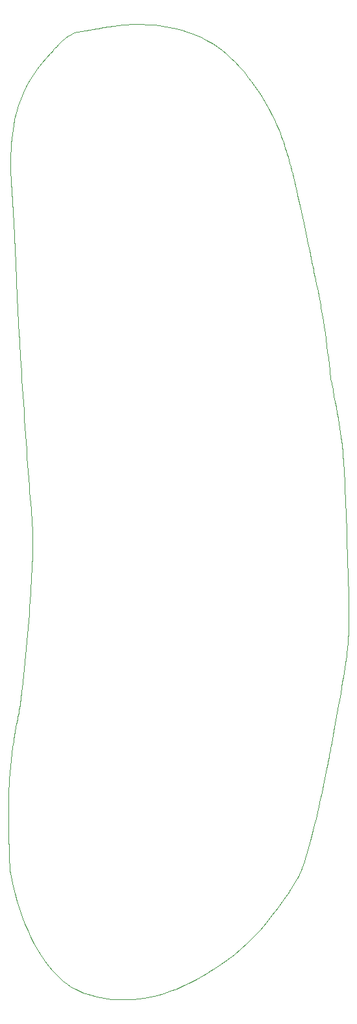
<source format=gbr>
G04 #@! TF.GenerationSoftware,KiCad,Pcbnew,(5.1.0-0)*
G04 #@! TF.CreationDate,2019-11-19T19:36:27-07:00*
G04 #@! TF.ProjectId,XMas-V3,584d6173-2d56-4332-9e6b-696361645f70,rev?*
G04 #@! TF.SameCoordinates,Original*
G04 #@! TF.FileFunction,Profile,NP*
%FSLAX46Y46*%
G04 Gerber Fmt 4.6, Leading zero omitted, Abs format (unit mm)*
G04 Created by KiCad (PCBNEW (5.1.0-0)) date 2019-11-19 19:36:27*
%MOMM*%
%LPD*%
G04 APERTURE LIST*
G04 #@! TA.AperFunction,NonConductor*
%ADD10C,0.010000*%
G04 #@! TD*
G04 APERTURE END LIST*
D10*
G04 #@! TO.C,E\002A\002A\002A*
X-5080000Y63110221D02*
X-4116814Y63070657D01*
X-4116814Y63070657D02*
X-3179008Y62991457D01*
X-3179008Y62991457D02*
X-2258665Y62871354D01*
X-2258665Y62871354D02*
X-1347869Y62709076D01*
X-1347869Y62709076D02*
X-438704Y62503356D01*
X-438704Y62503356D02*
X476748Y62252923D01*
X476748Y62252923D02*
X713173Y62181440D01*
X713173Y62181440D02*
X1216336Y62020380D01*
X1216336Y62020380D02*
X1678968Y61859194D01*
X1678968Y61859194D02*
X2111195Y61693957D01*
X2111195Y61693957D02*
X2523144Y61520740D01*
X2523144Y61520740D02*
X2924941Y61335617D01*
X2924941Y61335617D02*
X3044983Y61277187D01*
X3044983Y61277187D02*
X3668603Y60949111D01*
X3668603Y60949111D02*
X4279961Y60584872D01*
X4279961Y60584872D02*
X4880728Y60182977D01*
X4880728Y60182977D02*
X5472578Y59741935D01*
X5472578Y59741935D02*
X6057183Y59260251D01*
X6057183Y59260251D02*
X6636216Y58736434D01*
X6636216Y58736434D02*
X7211349Y58168991D01*
X7211349Y58168991D02*
X7784255Y57556428D01*
X7784255Y57556428D02*
X8356606Y56897254D01*
X8356606Y56897254D02*
X8930076Y56189974D01*
X8930076Y56189974D02*
X9334085Y55664100D01*
X9334085Y55664100D02*
X9776479Y55062691D01*
X9776479Y55062691D02*
X10185629Y54477593D01*
X10185629Y54477593D02*
X10568171Y53898045D01*
X10568171Y53898045D02*
X10930738Y53313283D01*
X10930738Y53313283D02*
X11279965Y52712547D01*
X11279965Y52712547D02*
X11622486Y52085073D01*
X11622486Y52085073D02*
X11964937Y51420099D01*
X11964937Y51420099D02*
X12027227Y51295300D01*
X12027227Y51295300D02*
X12249406Y50842743D01*
X12249406Y50842743D02*
X12448916Y50423972D01*
X12448916Y50423972D02*
X12629701Y50029502D01*
X12629701Y50029502D02*
X12795703Y49649847D01*
X12795703Y49649847D02*
X12950866Y49275521D01*
X12950866Y49275521D02*
X13099131Y48897039D01*
X13099131Y48897039D02*
X13244443Y48504915D01*
X13244443Y48504915D02*
X13390744Y48089663D01*
X13390744Y48089663D02*
X13526460Y47688500D01*
X13526460Y47688500D02*
X13643263Y47332695D01*
X13643263Y47332695D02*
X13759049Y46969920D01*
X13759049Y46969920D02*
X13874243Y46598388D01*
X13874243Y46598388D02*
X13989269Y46216315D01*
X13989269Y46216315D02*
X14104552Y45821916D01*
X14104552Y45821916D02*
X14220516Y45413405D01*
X14220516Y45413405D02*
X14337586Y44988998D01*
X14337586Y44988998D02*
X14456185Y44546909D01*
X14456185Y44546909D02*
X14576740Y44085353D01*
X14576740Y44085353D02*
X14699673Y43602545D01*
X14699673Y43602545D02*
X14825410Y43096700D01*
X14825410Y43096700D02*
X14954375Y42566032D01*
X14954375Y42566032D02*
X15086993Y42008757D01*
X15086993Y42008757D02*
X15223687Y41423088D01*
X15223687Y41423088D02*
X15364883Y40807242D01*
X15364883Y40807242D02*
X15511005Y40159433D01*
X15511005Y40159433D02*
X15662477Y39477876D01*
X15662477Y39477876D02*
X15819724Y38760785D01*
X15819724Y38760785D02*
X15983171Y38006376D01*
X15983171Y38006376D02*
X16153241Y37212862D01*
X16153241Y37212862D02*
X16330360Y36378460D01*
X16330360Y36378460D02*
X16514952Y35501384D01*
X16514952Y35501384D02*
X16707441Y34579848D01*
X16707441Y34579848D02*
X16908251Y33612069D01*
X16908251Y33612069D02*
X17117808Y32596259D01*
X17117808Y32596259D02*
X17135141Y32512000D01*
X17135141Y32512000D02*
X17174544Y32320977D01*
X17174544Y32320977D02*
X17222876Y32087591D01*
X17222876Y32087591D02*
X17278606Y31819191D01*
X17278606Y31819191D02*
X17340202Y31523127D01*
X17340202Y31523127D02*
X17406132Y31206747D01*
X17406132Y31206747D02*
X17474864Y30877401D01*
X17474864Y30877401D02*
X17544868Y30542438D01*
X17544868Y30542438D02*
X17614611Y30209205D01*
X17614611Y30209205D02*
X17682562Y29885053D01*
X17682562Y29885053D02*
X17691744Y29841297D01*
X17691744Y29841297D02*
X17809400Y29277957D01*
X17809400Y29277957D02*
X17916788Y28757643D01*
X17916788Y28757643D02*
X18015117Y28273898D01*
X18015117Y28273898D02*
X18105597Y27820262D01*
X18105597Y27820262D02*
X18189437Y27390275D01*
X18189437Y27390275D02*
X18267846Y26977478D01*
X18267846Y26977478D02*
X18342036Y26575413D01*
X18342036Y26575413D02*
X18413214Y26177619D01*
X18413214Y26177619D02*
X18482591Y25777638D01*
X18482591Y25777638D02*
X18551376Y25369011D01*
X18551376Y25369011D02*
X18620779Y24945278D01*
X18620779Y24945278D02*
X18692008Y24499980D01*
X18692008Y24499980D02*
X18692274Y24498300D01*
X18692274Y24498300D02*
X18811180Y23728253D01*
X18811180Y23728253D02*
X18929022Y22928303D01*
X18929022Y22928303D02*
X19044414Y22109078D01*
X19044414Y22109078D02*
X19155972Y21281208D01*
X19155972Y21281208D02*
X19262310Y20455320D01*
X19262310Y20455320D02*
X19362042Y19642043D01*
X19362042Y19642043D02*
X19453784Y18852007D01*
X19453784Y18852007D02*
X19536149Y18095839D01*
X19536149Y18095839D02*
X19571284Y17754600D01*
X19571284Y17754600D02*
X19595656Y17526731D01*
X19595656Y17526731D02*
X19621475Y17316477D01*
X19621475Y17316477D02*
X19650695Y17111360D01*
X19650695Y17111360D02*
X19685267Y16898896D01*
X19685267Y16898896D02*
X19727144Y16666605D01*
X19727144Y16666605D02*
X19778281Y16402005D01*
X19778281Y16402005D02*
X19799801Y16294100D01*
X19799801Y16294100D02*
X19957748Y15498147D01*
X19957748Y15498147D02*
X20109081Y14717135D01*
X20109081Y14717135D02*
X20253318Y13953948D01*
X20253318Y13953948D02*
X20389973Y13211471D01*
X20389973Y13211471D02*
X20518565Y12492586D01*
X20518565Y12492586D02*
X20638608Y11800178D01*
X20638608Y11800178D02*
X20749620Y11137131D01*
X20749620Y11137131D02*
X20851116Y10506327D01*
X20851116Y10506327D02*
X20942614Y9910651D01*
X20942614Y9910651D02*
X21023629Y9352987D01*
X21023629Y9352987D02*
X21093677Y8836219D01*
X21093677Y8836219D02*
X21152275Y8363229D01*
X21152275Y8363229D02*
X21195004Y7975600D01*
X21195004Y7975600D02*
X21227451Y7635956D01*
X21227451Y7635956D02*
X21260319Y7245635D01*
X21260319Y7245635D02*
X21293601Y6804759D01*
X21293601Y6804759D02*
X21327294Y6313449D01*
X21327294Y6313449D02*
X21361391Y5771828D01*
X21361391Y5771828D02*
X21395887Y5180017D01*
X21395887Y5180017D02*
X21430777Y4538137D01*
X21430777Y4538137D02*
X21466056Y3846311D01*
X21466056Y3846311D02*
X21501719Y3104659D01*
X21501719Y3104659D02*
X21537760Y2313304D01*
X21537760Y2313304D02*
X21574174Y1472367D01*
X21574174Y1472367D02*
X21610955Y581969D01*
X21610955Y581969D02*
X21648100Y-357767D01*
X21648100Y-357767D02*
X21685601Y-1346720D01*
X21685601Y-1346720D02*
X21723454Y-2384769D01*
X21723454Y-2384769D02*
X21761654Y-3471791D01*
X21761654Y-3471791D02*
X21800196Y-4607665D01*
X21800196Y-4607665D02*
X21839073Y-5792270D01*
X21839073Y-5792270D02*
X21878282Y-7025484D01*
X21878282Y-7025484D02*
X21917816Y-8307185D01*
X21917816Y-8307185D02*
X21957671Y-9637252D01*
X21957671Y-9637252D02*
X21958856Y-9677400D01*
X21958856Y-9677400D02*
X21967216Y-9956283D01*
X21967216Y-9956283D02*
X21975978Y-10240797D01*
X21975978Y-10240797D02*
X21984874Y-10522762D01*
X21984874Y-10522762D02*
X21993638Y-10793997D01*
X21993638Y-10793997D02*
X22002002Y-11046322D01*
X22002002Y-11046322D02*
X22009699Y-11271559D01*
X22009699Y-11271559D02*
X22016462Y-11461527D01*
X22016462Y-11461527D02*
X22021510Y-11595100D01*
X22021510Y-11595100D02*
X22027928Y-11794672D01*
X22027928Y-11794672D02*
X22033350Y-12037757D01*
X22033350Y-12037757D02*
X22037779Y-12317078D01*
X22037779Y-12317078D02*
X22041212Y-12625357D01*
X22041212Y-12625357D02*
X22043651Y-12955317D01*
X22043651Y-12955317D02*
X22045096Y-13299681D01*
X22045096Y-13299681D02*
X22045546Y-13651171D01*
X22045546Y-13651171D02*
X22045001Y-14002511D01*
X22045001Y-14002511D02*
X22043463Y-14346423D01*
X22043463Y-14346423D02*
X22040930Y-14675629D01*
X22040930Y-14675629D02*
X22037403Y-14982852D01*
X22037403Y-14982852D02*
X22032883Y-15260816D01*
X22032883Y-15260816D02*
X22027368Y-15502242D01*
X22027368Y-15502242D02*
X22021468Y-15684500D01*
X22021468Y-15684500D02*
X22006759Y-16028458D01*
X22006759Y-16028458D02*
X21989340Y-16378221D01*
X21989340Y-16378221D02*
X21969800Y-16724487D01*
X21969800Y-16724487D02*
X21948731Y-17057959D01*
X21948731Y-17057959D02*
X21926722Y-17369336D01*
X21926722Y-17369336D02*
X21904364Y-17649320D01*
X21904364Y-17649320D02*
X21882247Y-17888611D01*
X21882247Y-17888611D02*
X21880374Y-17907000D01*
X21880374Y-17907000D02*
X21838800Y-18289543D01*
X21838800Y-18289543D02*
X21789362Y-18703819D01*
X21789362Y-18703819D02*
X21731886Y-19150875D01*
X21731886Y-19150875D02*
X21666196Y-19631763D01*
X21666196Y-19631763D02*
X21592118Y-20147532D01*
X21592118Y-20147532D02*
X21509478Y-20699231D01*
X21509478Y-20699231D02*
X21418101Y-21287912D01*
X21418101Y-21287912D02*
X21317812Y-21914624D01*
X21317812Y-21914624D02*
X21208437Y-22580416D01*
X21208437Y-22580416D02*
X21089801Y-23286339D01*
X21089801Y-23286339D02*
X20961730Y-24033443D01*
X20961730Y-24033443D02*
X20824048Y-24822777D01*
X20824048Y-24822777D02*
X20676582Y-25655391D01*
X20676582Y-25655391D02*
X20519156Y-26532336D01*
X20519156Y-26532336D02*
X20351597Y-27454662D01*
X20351597Y-27454662D02*
X20173729Y-28423417D01*
X20173729Y-28423417D02*
X19985377Y-29439653D01*
X19985377Y-29439653D02*
X19786368Y-30504419D01*
X19786368Y-30504419D02*
X19776651Y-30556200D01*
X19776651Y-30556200D02*
X19720314Y-30856855D01*
X19720314Y-30856855D02*
X19664799Y-31154065D01*
X19664799Y-31154065D02*
X19611146Y-31442211D01*
X19611146Y-31442211D02*
X19560392Y-31715678D01*
X19560392Y-31715678D02*
X19513575Y-31968850D01*
X19513575Y-31968850D02*
X19471733Y-32196108D01*
X19471733Y-32196108D02*
X19435905Y-32391837D01*
X19435905Y-32391837D02*
X19407128Y-32550420D01*
X19407128Y-32550420D02*
X19386440Y-32666241D01*
X19386440Y-32666241D02*
X19382316Y-32689800D01*
X19382316Y-32689800D02*
X19340996Y-32920019D01*
X19340996Y-32920019D02*
X19289433Y-33194954D01*
X19289433Y-33194954D02*
X19228612Y-33509779D01*
X19228612Y-33509779D02*
X19159519Y-33859664D01*
X19159519Y-33859664D02*
X19083137Y-34239784D01*
X19083137Y-34239784D02*
X19000453Y-34645310D01*
X19000453Y-34645310D02*
X18912452Y-35071415D01*
X18912452Y-35071415D02*
X18820118Y-35513272D01*
X18820118Y-35513272D02*
X18724437Y-35966053D01*
X18724437Y-35966053D02*
X18626394Y-36424931D01*
X18626394Y-36424931D02*
X18526974Y-36885078D01*
X18526974Y-36885078D02*
X18514095Y-36944300D01*
X18514095Y-36944300D02*
X18317521Y-37838147D01*
X18317521Y-37838147D02*
X18123091Y-38703575D01*
X18123091Y-38703575D02*
X17931159Y-39539297D01*
X17931159Y-39539297D02*
X17742074Y-40344022D01*
X17742074Y-40344022D02*
X17556189Y-41116463D01*
X17556189Y-41116463D02*
X17373856Y-41855330D01*
X17373856Y-41855330D02*
X17195425Y-42559335D01*
X17195425Y-42559335D02*
X17021250Y-43227188D01*
X17021250Y-43227188D02*
X16851680Y-43857602D01*
X16851680Y-43857602D02*
X16687069Y-44449286D01*
X16687069Y-44449286D02*
X16527767Y-45000953D01*
X16527767Y-45000953D02*
X16374126Y-45511313D01*
X16374126Y-45511313D02*
X16226498Y-45979078D01*
X16226498Y-45979078D02*
X16085234Y-46402958D01*
X16085234Y-46402958D02*
X15950687Y-46781666D01*
X15950687Y-46781666D02*
X15823207Y-47113912D01*
X15823207Y-47113912D02*
X15703147Y-47398407D01*
X15703147Y-47398407D02*
X15605566Y-47604953D01*
X15605566Y-47604953D02*
X15563663Y-47683108D01*
X15563663Y-47683108D02*
X15498214Y-47798620D01*
X15498214Y-47798620D02*
X15412659Y-47945802D01*
X15412659Y-47945802D02*
X15310435Y-48118970D01*
X15310435Y-48118970D02*
X15194981Y-48312439D01*
X15194981Y-48312439D02*
X15069735Y-48520522D01*
X15069735Y-48520522D02*
X14938134Y-48737536D01*
X14938134Y-48737536D02*
X14803618Y-48957795D01*
X14803618Y-48957795D02*
X14669624Y-49175613D01*
X14669624Y-49175613D02*
X14539590Y-49385306D01*
X14539590Y-49385306D02*
X14416954Y-49581188D01*
X14416954Y-49581188D02*
X14305155Y-49757574D01*
X14305155Y-49757574D02*
X14280109Y-49796700D01*
X14280109Y-49796700D02*
X13562022Y-50878600D01*
X13562022Y-50878600D02*
X12822179Y-51919980D01*
X12822179Y-51919980D02*
X12061357Y-52920022D01*
X12061357Y-52920022D02*
X11280331Y-53877909D01*
X11280331Y-53877909D02*
X10479876Y-54792824D01*
X10479876Y-54792824D02*
X9660767Y-55663948D01*
X9660767Y-55663948D02*
X8823779Y-56490464D01*
X8823779Y-56490464D02*
X7969688Y-57271554D01*
X7969688Y-57271554D02*
X7099269Y-58006401D01*
X7099269Y-58006401D02*
X6213297Y-58694187D01*
X6213297Y-58694187D02*
X5312548Y-59334094D01*
X5312548Y-59334094D02*
X5105400Y-59473066D01*
X5105400Y-59473066D02*
X4865980Y-59629960D01*
X4865980Y-59629960D02*
X4592530Y-59805721D01*
X4592530Y-59805721D02*
X4295139Y-59994037D01*
X4295139Y-59994037D02*
X3983899Y-60188599D01*
X3983899Y-60188599D02*
X3668901Y-60383096D01*
X3668901Y-60383096D02*
X3360234Y-60571217D01*
X3360234Y-60571217D02*
X3086100Y-60735872D01*
X3086100Y-60735872D02*
X2196552Y-61246605D01*
X2196552Y-61246605D02*
X1321114Y-61710185D01*
X1321114Y-61710185D02*
X457311Y-62127473D01*
X457311Y-62127473D02*
X-397332Y-62499332D01*
X-397332Y-62499332D02*
X-1245290Y-62826624D01*
X-1245290Y-62826624D02*
X-2089039Y-63110212D01*
X-2089039Y-63110212D02*
X-2931052Y-63350959D01*
X-2931052Y-63350959D02*
X-3773807Y-63549726D01*
X-3773807Y-63549726D02*
X-4619776Y-63707376D01*
X-4619776Y-63707376D02*
X-5471436Y-63824773D01*
X-5471436Y-63824773D02*
X-5905500Y-63869127D01*
X-5905500Y-63869127D02*
X-6048389Y-63879675D01*
X-6048389Y-63879675D02*
X-6231281Y-63889539D01*
X-6231281Y-63889539D02*
X-6444528Y-63898506D01*
X-6444528Y-63898506D02*
X-6678477Y-63906361D01*
X-6678477Y-63906361D02*
X-6923480Y-63912890D01*
X-6923480Y-63912890D02*
X-7169886Y-63917881D01*
X-7169886Y-63917881D02*
X-7408044Y-63921118D01*
X-7408044Y-63921118D02*
X-7628305Y-63922389D01*
X-7628305Y-63922389D02*
X-7821018Y-63921479D01*
X-7821018Y-63921479D02*
X-7976533Y-63918174D01*
X-7976533Y-63918174D02*
X-8026400Y-63916122D01*
X-8026400Y-63916122D02*
X-8956270Y-63844747D01*
X-8956270Y-63844747D02*
X-9881765Y-63722800D01*
X-9881765Y-63722800D02*
X-10802433Y-63550359D01*
X-10802433Y-63550359D02*
X-11717819Y-63327502D01*
X-11717819Y-63327502D02*
X-12063468Y-63229823D01*
X-12063468Y-63229823D02*
X-12609803Y-63047491D01*
X-12609803Y-63047491D02*
X-13143544Y-62824271D01*
X-13143544Y-62824271D02*
X-13667028Y-62558690D01*
X-13667028Y-62558690D02*
X-14182592Y-62249271D01*
X-14182592Y-62249271D02*
X-14692571Y-61894539D01*
X-14692571Y-61894539D02*
X-15199301Y-61493020D01*
X-15199301Y-61493020D02*
X-15705119Y-61043237D01*
X-15705119Y-61043237D02*
X-16040106Y-60718714D01*
X-16040106Y-60718714D02*
X-16579745Y-60147059D01*
X-16579745Y-60147059D02*
X-17102492Y-59528832D01*
X-17102492Y-59528832D02*
X-17607551Y-58865647D01*
X-17607551Y-58865647D02*
X-18094126Y-58159115D01*
X-18094126Y-58159115D02*
X-18561418Y-57410849D01*
X-18561418Y-57410849D02*
X-19008632Y-56622461D01*
X-19008632Y-56622461D02*
X-19434971Y-55795562D01*
X-19434971Y-55795562D02*
X-19839638Y-54931765D01*
X-19839638Y-54931765D02*
X-20221836Y-54032683D01*
X-20221836Y-54032683D02*
X-20580768Y-53099927D01*
X-20580768Y-53099927D02*
X-20915638Y-52135109D01*
X-20915638Y-52135109D02*
X-21225648Y-51139842D01*
X-21225648Y-51139842D02*
X-21510002Y-50115738D01*
X-21510002Y-50115738D02*
X-21739511Y-49187100D01*
X-21739511Y-49187100D02*
X-21847607Y-48710998D01*
X-21847607Y-48710998D02*
X-21940264Y-48273307D01*
X-21940264Y-48273307D02*
X-22018811Y-47864483D01*
X-22018811Y-47864483D02*
X-22084578Y-47474982D01*
X-22084578Y-47474982D02*
X-22138891Y-47095263D01*
X-22138891Y-47095263D02*
X-22183081Y-46715781D01*
X-22183081Y-46715781D02*
X-22218476Y-46326994D01*
X-22218476Y-46326994D02*
X-22246404Y-45919358D01*
X-22246404Y-45919358D02*
X-22268195Y-45483331D01*
X-22268195Y-45483331D02*
X-22273498Y-45351700D01*
X-22273498Y-45351700D02*
X-22281007Y-45128416D01*
X-22281007Y-45128416D02*
X-22288096Y-44863035D01*
X-22288096Y-44863035D02*
X-22294752Y-44559478D01*
X-22294752Y-44559478D02*
X-22300960Y-44221662D01*
X-22300960Y-44221662D02*
X-22306707Y-43853508D01*
X-22306707Y-43853508D02*
X-22311980Y-43458934D01*
X-22311980Y-43458934D02*
X-22316764Y-43041860D01*
X-22316764Y-43041860D02*
X-22321046Y-42606205D01*
X-22321046Y-42606205D02*
X-22324812Y-42155888D01*
X-22324812Y-42155888D02*
X-22328048Y-41694828D01*
X-22328048Y-41694828D02*
X-22330741Y-41226945D01*
X-22330741Y-41226945D02*
X-22332876Y-40756158D01*
X-22332876Y-40756158D02*
X-22334441Y-40286386D01*
X-22334441Y-40286386D02*
X-22335420Y-39821548D01*
X-22335420Y-39821548D02*
X-22335801Y-39365564D01*
X-22335801Y-39365564D02*
X-22335570Y-38922353D01*
X-22335570Y-38922353D02*
X-22334713Y-38495833D01*
X-22334713Y-38495833D02*
X-22333216Y-38089925D01*
X-22333216Y-38089925D02*
X-22331065Y-37708548D01*
X-22331065Y-37708548D02*
X-22328247Y-37355620D01*
X-22328247Y-37355620D02*
X-22324748Y-37035061D01*
X-22324748Y-37035061D02*
X-22320554Y-36750790D01*
X-22320554Y-36750790D02*
X-22315651Y-36506726D01*
X-22315651Y-36506726D02*
X-22310026Y-36306790D01*
X-22310026Y-36306790D02*
X-22305643Y-36195000D01*
X-22305643Y-36195000D02*
X-22257568Y-35276441D01*
X-22257568Y-35276441D02*
X-22199051Y-34397494D01*
X-22199051Y-34397494D02*
X-22129025Y-33547839D01*
X-22129025Y-33547839D02*
X-22046424Y-32717162D01*
X-22046424Y-32717162D02*
X-21950181Y-31895145D01*
X-21950181Y-31895145D02*
X-21839232Y-31071472D01*
X-21839232Y-31071472D02*
X-21712509Y-30235825D01*
X-21712509Y-30235825D02*
X-21650816Y-29857700D01*
X-21650816Y-29857700D02*
X-21628090Y-29722067D01*
X-21628090Y-29722067D02*
X-21605332Y-29588165D01*
X-21605332Y-29588165D02*
X-21581772Y-29451813D01*
X-21581772Y-29451813D02*
X-21556644Y-29308830D01*
X-21556644Y-29308830D02*
X-21529181Y-29155036D01*
X-21529181Y-29155036D02*
X-21498614Y-28986249D01*
X-21498614Y-28986249D02*
X-21464177Y-28798288D01*
X-21464177Y-28798288D02*
X-21425103Y-28586973D01*
X-21425103Y-28586973D02*
X-21380624Y-28348122D01*
X-21380624Y-28348122D02*
X-21329972Y-28077555D01*
X-21329972Y-28077555D02*
X-21272380Y-27771090D01*
X-21272380Y-27771090D02*
X-21207081Y-27424547D01*
X-21207081Y-27424547D02*
X-21133308Y-27033745D01*
X-21133308Y-27033745D02*
X-21105375Y-26885900D01*
X-21105375Y-26885900D02*
X-21036769Y-26517298D01*
X-21036769Y-26517298D02*
X-20974698Y-26170952D01*
X-20974698Y-26170952D02*
X-20917882Y-25838284D01*
X-20917882Y-25838284D02*
X-20865043Y-25510718D01*
X-20865043Y-25510718D02*
X-20814903Y-25179676D01*
X-20814903Y-25179676D02*
X-20766182Y-24836583D01*
X-20766182Y-24836583D02*
X-20717604Y-24472861D01*
X-20717604Y-24472861D02*
X-20667889Y-24079933D01*
X-20667889Y-24079933D02*
X-20615760Y-23649223D01*
X-20615760Y-23649223D02*
X-20588598Y-23418800D01*
X-20588598Y-23418800D02*
X-20492010Y-22575725D01*
X-20492010Y-22575725D02*
X-20397529Y-21716341D01*
X-20397529Y-21716341D02*
X-20305332Y-20843287D01*
X-20305332Y-20843287D02*
X-20215595Y-19959199D01*
X-20215595Y-19959199D02*
X-20128493Y-19066715D01*
X-20128493Y-19066715D02*
X-20044202Y-18168472D01*
X-20044202Y-18168472D02*
X-19962897Y-17267107D01*
X-19962897Y-17267107D02*
X-19884756Y-16365257D01*
X-19884756Y-16365257D02*
X-19809953Y-15465560D01*
X-19809953Y-15465560D02*
X-19738664Y-14570654D01*
X-19738664Y-14570654D02*
X-19671065Y-13683175D01*
X-19671065Y-13683175D02*
X-19607331Y-12805760D01*
X-19607331Y-12805760D02*
X-19547640Y-11941048D01*
X-19547640Y-11941048D02*
X-19492165Y-11091675D01*
X-19492165Y-11091675D02*
X-19441084Y-10260279D01*
X-19441084Y-10260279D02*
X-19394572Y-9449497D01*
X-19394572Y-9449497D02*
X-19352805Y-8661966D01*
X-19352805Y-8661966D02*
X-19315958Y-7900324D01*
X-19315958Y-7900324D02*
X-19284208Y-7167207D01*
X-19284208Y-7167207D02*
X-19257730Y-6465254D01*
X-19257730Y-6465254D02*
X-19236699Y-5797101D01*
X-19236699Y-5797101D02*
X-19221293Y-5165386D01*
X-19221293Y-5165386D02*
X-19211686Y-4572746D01*
X-19211686Y-4572746D02*
X-19208054Y-4021819D01*
X-19208054Y-4021819D02*
X-19210574Y-3515241D01*
X-19210574Y-3515241D02*
X-19219420Y-3055651D01*
X-19219420Y-3055651D02*
X-19223122Y-2933700D01*
X-19223122Y-2933700D02*
X-19238854Y-2544727D01*
X-19238854Y-2544727D02*
X-19261507Y-2122267D01*
X-19261507Y-2122267D02*
X-19291360Y-1661982D01*
X-19291360Y-1661982D02*
X-19328690Y-1159534D01*
X-19328690Y-1159534D02*
X-19366301Y-698500D01*
X-19366301Y-698500D02*
X-19422019Y-30262D01*
X-19422019Y-30262D02*
X-19480263Y685366D01*
X-19480263Y685366D02*
X-19540799Y1445048D01*
X-19540799Y1445048D02*
X-19603391Y2245451D01*
X-19603391Y2245451D02*
X-19667803Y3083240D01*
X-19667803Y3083240D02*
X-19733802Y3955080D01*
X-19733802Y3955080D02*
X-19801150Y4857635D01*
X-19801150Y4857635D02*
X-19869614Y5787572D01*
X-19869614Y5787572D02*
X-19938958Y6741554D01*
X-19938958Y6741554D02*
X-20008947Y7716249D01*
X-20008947Y7716249D02*
X-20079345Y8708319D01*
X-20079345Y8708319D02*
X-20149917Y9714432D01*
X-20149917Y9714432D02*
X-20220429Y10731252D01*
X-20220429Y10731252D02*
X-20290644Y11755444D01*
X-20290644Y11755444D02*
X-20360327Y12783673D01*
X-20360327Y12783673D02*
X-20429244Y13812605D01*
X-20429244Y13812605D02*
X-20497159Y14838904D01*
X-20497159Y14838904D02*
X-20563837Y15859236D01*
X-20563837Y15859236D02*
X-20629043Y16870267D01*
X-20629043Y16870267D02*
X-20692541Y17868660D01*
X-20692541Y17868660D02*
X-20754096Y18851082D01*
X-20754096Y18851082D02*
X-20813473Y19814198D01*
X-20813473Y19814198D02*
X-20814890Y19837400D01*
X-20814890Y19837400D02*
X-20851066Y20432830D01*
X-20851066Y20432830D02*
X-20885544Y21007551D01*
X-20885544Y21007551D02*
X-20918517Y21565385D01*
X-20918517Y21565385D02*
X-20950180Y22110157D01*
X-20950180Y22110157D02*
X-20980724Y22645689D01*
X-20980724Y22645689D02*
X-21010344Y23175806D01*
X-21010344Y23175806D02*
X-21039233Y23704330D01*
X-21039233Y23704330D02*
X-21067583Y24235085D01*
X-21067583Y24235085D02*
X-21095589Y24771895D01*
X-21095589Y24771895D02*
X-21123443Y25318582D01*
X-21123443Y25318582D02*
X-21151338Y25878971D01*
X-21151338Y25878971D02*
X-21179468Y26456884D01*
X-21179468Y26456884D02*
X-21208025Y27056145D01*
X-21208025Y27056145D02*
X-21237204Y27680577D01*
X-21237204Y27680577D02*
X-21267198Y28334004D01*
X-21267198Y28334004D02*
X-21298199Y29020249D01*
X-21298199Y29020249D02*
X-21330401Y29743136D01*
X-21330401Y29743136D02*
X-21363996Y30506487D01*
X-21363996Y30506487D02*
X-21399180Y31314127D01*
X-21399180Y31314127D02*
X-21424620Y31902400D01*
X-21424620Y31902400D02*
X-21454084Y32582677D01*
X-21454084Y32582677D02*
X-21481783Y33215791D01*
X-21481783Y33215791D02*
X-21507906Y33805342D01*
X-21507906Y33805342D02*
X-21532638Y34354932D01*
X-21532638Y34354932D02*
X-21556167Y34868158D01*
X-21556167Y34868158D02*
X-21578681Y35348623D01*
X-21578681Y35348623D02*
X-21600367Y35799926D01*
X-21600367Y35799926D02*
X-21621412Y36225666D01*
X-21621412Y36225666D02*
X-21642004Y36629444D01*
X-21642004Y36629444D02*
X-21662331Y37014861D01*
X-21662331Y37014861D02*
X-21682578Y37385515D01*
X-21682578Y37385515D02*
X-21702935Y37745007D01*
X-21702935Y37745007D02*
X-21723588Y38096938D01*
X-21723588Y38096938D02*
X-21744725Y38444907D01*
X-21744725Y38444907D02*
X-21766532Y38792513D01*
X-21766532Y38792513D02*
X-21789198Y39143359D01*
X-21789198Y39143359D02*
X-21812909Y39501042D01*
X-21812909Y39501042D02*
X-21837854Y39869164D01*
X-21837854Y39869164D02*
X-21843683Y39954200D01*
X-21843683Y39954200D02*
X-21863673Y40246895D01*
X-21863673Y40246895D02*
X-21883786Y40544493D01*
X-21883786Y40544493D02*
X-21903526Y40839457D01*
X-21903526Y40839457D02*
X-21922398Y41124251D01*
X-21922398Y41124251D02*
X-21939906Y41391340D01*
X-21939906Y41391340D02*
X-21955554Y41633188D01*
X-21955554Y41633188D02*
X-21968847Y41842258D01*
X-21968847Y41842258D02*
X-21979289Y42011016D01*
X-21979289Y42011016D02*
X-21982370Y42062400D01*
X-21982370Y42062400D02*
X-22029908Y42960108D01*
X-22029908Y42960108D02*
X-22063213Y43812541D01*
X-22063213Y43812541D02*
X-22082108Y44623241D01*
X-22082108Y44623241D02*
X-22086418Y45395750D01*
X-22086418Y45395750D02*
X-22075965Y46133611D01*
X-22075965Y46133611D02*
X-22050574Y46840365D01*
X-22050574Y46840365D02*
X-22010069Y47519555D01*
X-22010069Y47519555D02*
X-21954273Y48174721D01*
X-21954273Y48174721D02*
X-21883009Y48809406D01*
X-21883009Y48809406D02*
X-21796102Y49427153D01*
X-21796102Y49427153D02*
X-21693375Y50031502D01*
X-21693375Y50031502D02*
X-21574652Y50625996D01*
X-21574652Y50625996D02*
X-21550630Y50736500D01*
X-21550630Y50736500D02*
X-21329697Y51636729D01*
X-21329697Y51636729D02*
X-21068855Y52509789D01*
X-21068855Y52509789D02*
X-20767069Y53357581D01*
X-20767069Y53357581D02*
X-20423304Y54182004D01*
X-20423304Y54182004D02*
X-20036528Y54984955D01*
X-20036528Y54984955D02*
X-19605706Y55768335D01*
X-19605706Y55768335D02*
X-19129804Y56534043D01*
X-19129804Y56534043D02*
X-18607788Y57283976D01*
X-18607788Y57283976D02*
X-18038625Y58020035D01*
X-18038625Y58020035D02*
X-17421279Y58744118D01*
X-17421279Y58744118D02*
X-16862200Y59347100D01*
X-16862200Y59347100D02*
X-16716166Y59500806D01*
X-16716166Y59500806D02*
X-16552824Y59675799D01*
X-16552824Y59675799D02*
X-16385909Y59857171D01*
X-16385909Y59857171D02*
X-16229153Y60030015D01*
X-16229153Y60030015D02*
X-16113443Y60159900D01*
X-16113443Y60159900D02*
X-15828143Y60476283D01*
X-15828143Y60476283D02*
X-15563654Y60752957D01*
X-15563654Y60752957D02*
X-15315083Y60994030D01*
X-15315083Y60994030D02*
X-15077534Y61203609D01*
X-15077534Y61203609D02*
X-14846115Y61385802D01*
X-14846115Y61385802D02*
X-14615932Y61544717D01*
X-14615932Y61544717D02*
X-14382090Y61684462D01*
X-14382090Y61684462D02*
X-14160428Y61799187D01*
X-14160428Y61799187D02*
X-13929628Y61903651D01*
X-13929628Y61903651D02*
X-13702210Y61990856D01*
X-13702210Y61990856D02*
X-13467695Y62063631D01*
X-13467695Y62063631D02*
X-13215602Y62124803D01*
X-13215602Y62124803D02*
X-12935451Y62177198D01*
X-12935451Y62177198D02*
X-12616763Y62223644D01*
X-12616763Y62223644D02*
X-12560300Y62230863D01*
X-12560300Y62230863D02*
X-12444441Y62245747D01*
X-12444441Y62245747D02*
X-12333195Y62260864D01*
X-12333195Y62260864D02*
X-12221080Y62277163D01*
X-12221080Y62277163D02*
X-12102616Y62295588D01*
X-12102616Y62295588D02*
X-11972320Y62317088D01*
X-11972320Y62317088D02*
X-11824711Y62342607D01*
X-11824711Y62342607D02*
X-11654307Y62373093D01*
X-11654307Y62373093D02*
X-11455627Y62409493D01*
X-11455627Y62409493D02*
X-11223189Y62452752D01*
X-11223189Y62452752D02*
X-10951511Y62503818D01*
X-10951511Y62503818D02*
X-10655300Y62559813D01*
X-10655300Y62559813D02*
X-9951591Y62688110D01*
X-9951591Y62688110D02*
X-9289012Y62798310D01*
X-9289012Y62798310D02*
X-8661460Y62891016D01*
X-8661460Y62891016D02*
X-8062834Y62966830D01*
X-8062834Y62966830D02*
X-7487030Y63026354D01*
X-7487030Y63026354D02*
X-6927946Y63070192D01*
X-6927946Y63070192D02*
X-6379480Y63098945D01*
X-6379480Y63098945D02*
X-5835527Y63113215D01*
X-5835527Y63113215D02*
X-5289987Y63113607D01*
X-5289987Y63113607D02*
X-5080000Y63110221D01*
X-5080000Y63110221D02*
X-5080000Y63110221D01*
G04 #@! TD*
M02*

</source>
